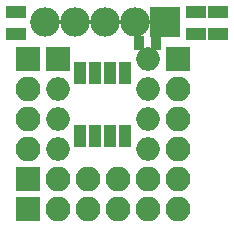
<source format=gbr>
G04 #@! TF.GenerationSoftware,KiCad,Pcbnew,(5.0.0)*
G04 #@! TF.CreationDate,2018-10-21T00:31:12-03:00*
G04 #@! TF.ProjectId,picdev8pin,7069636465763870696E2E6B69636164,rev?*
G04 #@! TF.SameCoordinates,Original*
G04 #@! TF.FileFunction,Soldermask,Top*
G04 #@! TF.FilePolarity,Negative*
%FSLAX46Y46*%
G04 Gerber Fmt 4.6, Leading zero omitted, Abs format (unit mm)*
G04 Created by KiCad (PCBNEW (5.0.0)) date 10/21/18 00:31:12*
%MOMM*%
%LPD*%
G01*
G04 APERTURE LIST*
%ADD10O,2.500000X2.500000*%
%ADD11R,2.500000X2.500000*%
%ADD12R,1.000000X1.950000*%
%ADD13O,2.000000X2.000000*%
%ADD14R,2.000000X2.000000*%
%ADD15R,0.900000X1.300000*%
%ADD16R,2.100000X2.100000*%
%ADD17O,2.100000X2.100000*%
%ADD18R,1.700000X1.100000*%
G04 APERTURE END LIST*
D10*
G04 #@! TO.C,J1*
X96059001Y-36830000D03*
X98599001Y-36830000D03*
X101139001Y-36830000D03*
X103679001Y-36830000D03*
D11*
X106219001Y-36830000D03*
G04 #@! TD*
D12*
G04 #@! TO.C,U1*
X102870000Y-46548000D03*
X101600000Y-46548000D03*
X100330000Y-46548000D03*
X99060000Y-46548000D03*
X99060000Y-41148000D03*
X100330000Y-41148000D03*
X101600000Y-41148000D03*
X102870000Y-41148000D03*
G04 #@! TD*
D13*
G04 #@! TO.C,U2*
X104775000Y-40005000D03*
X97155000Y-47625000D03*
X104775000Y-42545000D03*
X97155000Y-45085000D03*
X104775000Y-45085000D03*
X97155000Y-42545000D03*
X104775000Y-47625000D03*
D14*
X97155000Y-40005000D03*
G04 #@! TD*
D15*
G04 #@! TO.C,C1*
X105525000Y-38608000D03*
X104025000Y-38608000D03*
G04 #@! TD*
D16*
G04 #@! TO.C,J2*
X107315000Y-40005000D03*
D17*
X107315000Y-42545000D03*
X107315000Y-45085000D03*
X107315000Y-47625000D03*
G04 #@! TD*
G04 #@! TO.C,J3*
X94615000Y-47625000D03*
X94615000Y-45085000D03*
X94615000Y-42545000D03*
D16*
X94615000Y-40005000D03*
G04 #@! TD*
D17*
G04 #@! TO.C,J4*
X107315000Y-50165000D03*
X104775000Y-50165000D03*
X102235000Y-50165000D03*
X99695000Y-50165000D03*
X97155000Y-50165000D03*
D16*
X94615000Y-50165000D03*
G04 #@! TD*
D17*
G04 #@! TO.C,J5*
X107315000Y-52705000D03*
X104775000Y-52705000D03*
X102235000Y-52705000D03*
X99695000Y-52705000D03*
X97155000Y-52705000D03*
D16*
X94615000Y-52705000D03*
G04 #@! TD*
D18*
G04 #@! TO.C,R1*
X93599000Y-37907000D03*
X93599000Y-36007000D03*
G04 #@! TD*
G04 #@! TO.C,R2*
X108839000Y-36007000D03*
X108839000Y-37907000D03*
G04 #@! TD*
G04 #@! TO.C,R3*
X110744000Y-37907000D03*
X110744000Y-36007000D03*
G04 #@! TD*
M02*

</source>
